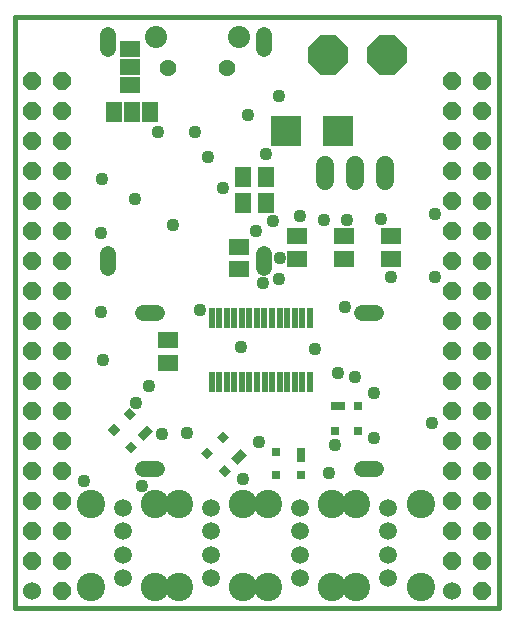
<source format=gbs>
G75*
%MOIN*%
%OFA0B0*%
%FSLAX24Y24*%
%IPPOS*%
%LPD*%
%AMOC8*
5,1,8,0,0,1.08239X$1,22.5*
%
%ADD10C,0.0160*%
%ADD11C,0.0600*%
%ADD12OC8,0.0600*%
%ADD13R,0.0198X0.0651*%
%ADD14OC8,0.1310*%
%ADD15C,0.0532*%
%ADD16C,0.0600*%
%ADD17R,0.0651X0.0572*%
%ADD18R,0.0572X0.0651*%
%ADD19R,0.0454X0.0296*%
%ADD20R,0.0296X0.0296*%
%ADD21R,0.0296X0.0454*%
%ADD22R,0.0296X0.0296*%
%ADD23R,0.0520X0.0690*%
%ADD24C,0.0591*%
%ADD25C,0.0946*%
%ADD26R,0.0690X0.0520*%
%ADD27C,0.0739*%
%ADD28C,0.0562*%
%ADD29R,0.1005X0.1005*%
%ADD30C,0.0436*%
D10*
X002254Y004003D02*
X018396Y004003D01*
X018396Y023688D01*
X002254Y023688D01*
X002254Y004003D01*
D11*
X002825Y004558D03*
X016825Y004558D03*
D12*
X016825Y005558D03*
X016825Y006558D03*
X016825Y007558D03*
X016825Y008558D03*
X016825Y009558D03*
X016825Y010558D03*
X016825Y011558D03*
X017825Y011558D03*
X017825Y010558D03*
X017825Y009558D03*
X017825Y008558D03*
X017825Y007558D03*
X017825Y006558D03*
X017825Y005558D03*
X017825Y004558D03*
X017825Y012558D03*
X017825Y013558D03*
X017825Y014558D03*
X017825Y015558D03*
X017825Y016558D03*
X017825Y017558D03*
X017825Y018558D03*
X017825Y019558D03*
X017825Y020558D03*
X017825Y021558D03*
X016825Y021558D03*
X016825Y020558D03*
X016825Y019558D03*
X016825Y018558D03*
X016825Y017558D03*
X016825Y016558D03*
X016825Y015558D03*
X016825Y014558D03*
X016825Y013558D03*
X016825Y012558D03*
X003825Y012558D03*
X003825Y013558D03*
X003825Y014558D03*
X003825Y015558D03*
X003825Y016558D03*
X003825Y017558D03*
X003825Y018558D03*
X003825Y019558D03*
X003825Y020558D03*
X003825Y021558D03*
X002825Y021558D03*
X002825Y020558D03*
X002825Y019558D03*
X002825Y018558D03*
X002825Y017558D03*
X002825Y016558D03*
X002825Y015558D03*
X002825Y014558D03*
X002825Y013558D03*
X002825Y012558D03*
X002825Y011558D03*
X002825Y010558D03*
X002825Y009558D03*
X002825Y008558D03*
X002825Y007558D03*
X002825Y006558D03*
X002825Y005558D03*
X003825Y005558D03*
X003825Y004558D03*
X003825Y006558D03*
X003825Y007558D03*
X003825Y008558D03*
X003825Y009558D03*
X003825Y010558D03*
X003825Y011558D03*
D13*
X008820Y011524D03*
X009072Y011524D03*
X009324Y011524D03*
X009576Y011524D03*
X009828Y011524D03*
X010080Y011524D03*
X010332Y011524D03*
X010584Y011524D03*
X010836Y011524D03*
X011088Y011524D03*
X011340Y011524D03*
X011592Y011524D03*
X011844Y011524D03*
X012096Y011524D03*
X012096Y013650D03*
X011844Y013650D03*
X011592Y013650D03*
X011340Y013650D03*
X011088Y013650D03*
X010836Y013650D03*
X010576Y013650D03*
X010332Y013650D03*
X010080Y013650D03*
X009828Y013650D03*
X009576Y013650D03*
X009324Y013650D03*
X009072Y013650D03*
X008820Y013650D03*
D14*
X012687Y022428D03*
X014655Y022428D03*
D15*
X010570Y022633D02*
X010570Y023105D01*
X005370Y023105D02*
X005370Y022633D01*
X005370Y015805D02*
X005370Y015333D01*
X006536Y013840D02*
X007009Y013840D01*
X010570Y015333D02*
X010570Y015805D01*
X013836Y013840D02*
X014309Y013840D01*
X014309Y008640D02*
X013836Y008640D01*
X007009Y008640D02*
X006536Y008640D01*
D16*
X012592Y018221D02*
X012592Y018761D01*
X013592Y018761D02*
X013592Y018221D01*
X014592Y018221D02*
X014592Y018761D01*
D17*
X014813Y016385D03*
X014813Y015637D03*
X013238Y015637D03*
X013238Y016385D03*
X011663Y016385D03*
X011663Y015637D03*
X009734Y015282D03*
X009734Y016031D03*
X007372Y012920D03*
X007372Y012172D03*
D18*
X009872Y017507D03*
X009872Y018373D03*
X010620Y018373D03*
X010620Y017507D03*
D19*
X013022Y010716D03*
G36*
X009458Y008983D02*
X009778Y009303D01*
X009988Y009093D01*
X009668Y008773D01*
X009458Y008983D01*
G37*
G36*
X006348Y009770D02*
X006668Y010090D01*
X006878Y009880D01*
X006558Y009560D01*
X006348Y009770D01*
G37*
D20*
X010974Y009180D03*
X010974Y008432D03*
X011801Y008432D03*
X012943Y009889D03*
X013691Y009889D03*
X013691Y010716D03*
D21*
X011801Y009101D03*
D22*
G36*
X009041Y008564D02*
X009250Y008773D01*
X009459Y008564D01*
X009250Y008355D01*
X009041Y008564D01*
G37*
G36*
X008457Y009149D02*
X008666Y009358D01*
X008875Y009149D01*
X008666Y008940D01*
X008457Y009149D01*
G37*
G36*
X008985Y009678D02*
X009194Y009887D01*
X009403Y009678D01*
X009194Y009469D01*
X008985Y009678D01*
G37*
G36*
X005931Y009352D02*
X006140Y009561D01*
X006349Y009352D01*
X006140Y009143D01*
X005931Y009352D01*
G37*
G36*
X005346Y009936D02*
X005555Y010145D01*
X005764Y009936D01*
X005555Y009727D01*
X005346Y009936D01*
G37*
G36*
X005875Y010465D02*
X006084Y010674D01*
X006293Y010465D01*
X006084Y010256D01*
X005875Y010465D01*
G37*
D23*
X006151Y020538D03*
X005551Y020538D03*
X006751Y020538D03*
D24*
X005856Y007342D03*
X005856Y006554D03*
X005856Y005767D03*
X005856Y004979D03*
X008809Y004979D03*
X008809Y005767D03*
X008809Y006554D03*
X008809Y007342D03*
X011762Y007342D03*
X011762Y006554D03*
X011762Y005767D03*
X011762Y004979D03*
X014714Y004979D03*
X014714Y005767D03*
X014714Y006554D03*
X014714Y007342D03*
D25*
X013644Y007448D03*
X012833Y007448D03*
X010691Y007448D03*
X009880Y007448D03*
X007738Y007448D03*
X006927Y007448D03*
X006927Y004692D03*
X007738Y004692D03*
X009880Y004692D03*
X010691Y004692D03*
X012833Y004692D03*
X013644Y004692D03*
X015785Y004692D03*
X015785Y007448D03*
X004785Y007448D03*
X004785Y004692D03*
D26*
X006112Y021434D03*
X006112Y022034D03*
X006112Y022634D03*
D27*
X006978Y023019D03*
X009734Y023019D03*
D28*
X009340Y021985D03*
X007372Y021985D03*
D29*
X011309Y019908D03*
X013041Y019908D03*
D30*
X011073Y021050D03*
X010049Y020420D03*
X010640Y019121D03*
X009183Y017979D03*
X008710Y019042D03*
X008277Y019869D03*
X007018Y019869D03*
X006270Y017625D03*
X005167Y018294D03*
X005128Y016483D03*
X005128Y013845D03*
X005207Y012271D03*
X006309Y010814D03*
X006742Y011405D03*
X007175Y009790D03*
X008002Y009830D03*
X006506Y008058D03*
X004577Y008216D03*
X008435Y013924D03*
X009813Y012704D03*
X010522Y014830D03*
X011073Y014948D03*
X011112Y015656D03*
X010285Y016562D03*
X010876Y016877D03*
X011781Y017074D03*
X012569Y016916D03*
X013317Y016916D03*
X014459Y016956D03*
X014813Y015027D03*
X016270Y015027D03*
X016270Y017113D03*
X013277Y014042D03*
X012254Y012625D03*
X013041Y011838D03*
X013592Y011680D03*
X014222Y011168D03*
X014222Y009672D03*
X012923Y009436D03*
X012726Y008491D03*
X010403Y009515D03*
X009852Y008294D03*
X016151Y010145D03*
X007529Y016759D03*
M02*

</source>
